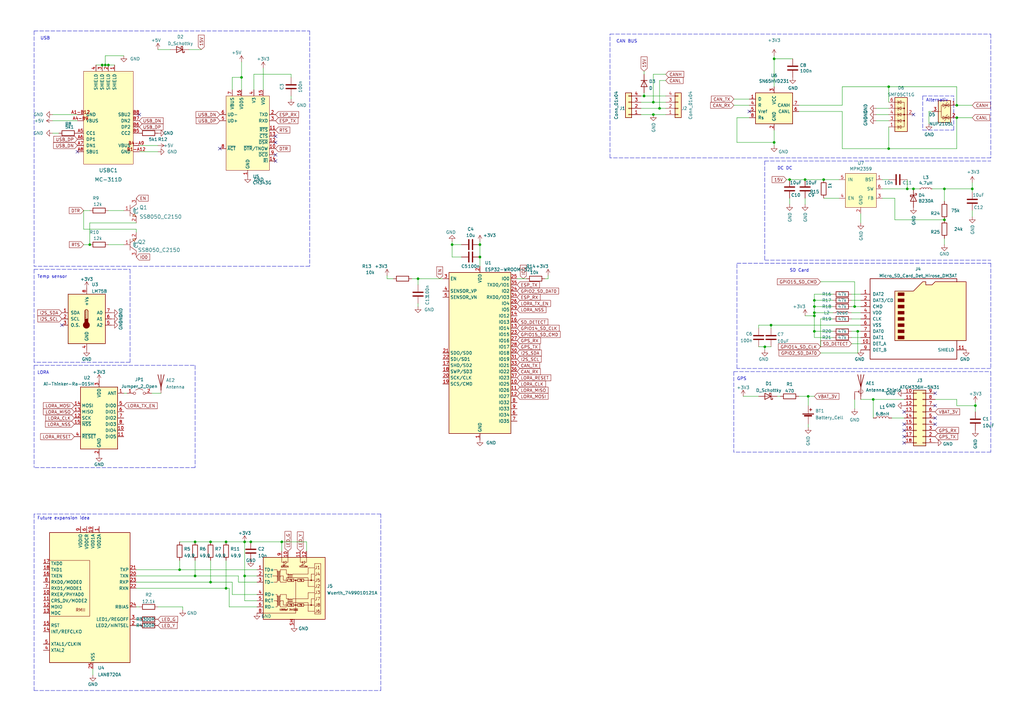
<source format=kicad_sch>
(kicad_sch (version 20211123) (generator eeschema)
  (paper "A3")
  (junction (at 337.82 73.66))
  (junction (at 100.33 222.25))
  (junction (at 387.35 77.47))
  (junction (at 330.2 73.66))
  (junction (at 86.36 238.76))
  (junction (at 73.66 233.68))
  (junction (at 374.65 77.47))
  (junction (at 80.01 236.22))
  (junction (at 267.97 46.99))
  (junction (at 102.87 222.25))
  (junction (at 334.01 128.27))
  (junction (at 350.52 125.73))
  (junction (at 400.05 166.37))
  (junction (at 80.01 222.25))
  (junction (at 317.5 58.42))
  (junction (at 100.33 236.22))
  (junction (at 334.01 129.54))
  (junction (at 317.5 24.13))
  (junction (at 41.91 26.67))
  (junction (at 115.57 222.25))
  (junction (at 44.45 26.67))
  (junction (at 334.01 123.19))
  (junction (at 316.23 133.35))
  (junction (at 358.14 163.83))
  (junction (at 364.49 60.96))
  (junction (at 92.71 241.3))
  (junction (at 331.47 162.56))
  (junction (at 196.85 100.33))
  (junction (at 387.35 90.17))
  (junction (at 334.01 135.89))
  (junction (at 313.69 142.24))
  (junction (at 372.11 77.47))
  (junction (at 392.43 48.26))
  (junction (at 185.42 100.33))
  (junction (at 351.79 135.89))
  (junction (at 270.51 44.45))
  (junction (at 264.16 39.37))
  (junction (at 398.78 77.47))
  (junction (at 364.49 35.56))
  (junction (at 92.71 222.25))
  (junction (at 392.43 43.18))
  (junction (at 171.45 114.3))
  (junction (at 43.18 26.67))
  (junction (at 36.83 100.33))
  (junction (at 86.36 222.25))
  (junction (at 323.85 73.66))
  (junction (at 334.01 125.73))
  (junction (at 267.97 41.91))
  (junction (at 196.85 105.41))
  (junction (at 99.06 31.75))
  (no_connect (at 57.15 46.99))
  (no_connect (at 383.54 171.45))
  (no_connect (at 383.54 161.29))
  (no_connect (at 370.84 168.91))
  (no_connect (at 370.84 173.99))
  (no_connect (at 370.84 176.53))
  (no_connect (at 370.84 179.07))
  (no_connect (at 370.84 181.61))
  (no_connect (at 383.54 173.99))
  (no_connect (at 113.03 55.88))
  (no_connect (at 307.34 45.72))
  (no_connect (at 374.65 46.99))
  (no_connect (at 31.75 62.23))
  (no_connect (at 113.03 66.04))
  (no_connect (at 25.4 133.35))
  (no_connect (at 113.03 58.42))
  (no_connect (at 383.54 166.37))
  (no_connect (at 113.03 63.5))
  (no_connect (at 90.17 60.96))
  (wire (pts (xy 158.75 114.3) (xy 161.29 114.3)))
  (wire (pts (xy 43.18 22.86) (xy 43.18 26.67)))
  (wire (pts (xy 344.17 73.66) (xy 337.82 73.66)))
  (wire (pts (xy 349.25 140.97) (xy 353.06 140.97)))
  (wire (pts (xy 323.85 73.66) (xy 330.2 73.66)))
  (wire (pts (xy 55.88 91.44) (xy 36.83 91.44)))
  (wire (pts (xy 398.78 88.9) (xy 398.78 86.36)))
  (wire (pts (xy 350.52 125.73) (xy 353.06 125.73)))
  (wire (pts (xy 361.95 73.66) (xy 364.49 73.66)))
  (polyline (pts (xy 378.46 39.37) (xy 391.16 39.37)))
  (wire (pts (xy 86.36 238.76) (xy 95.25 238.76)))
  (wire (pts (xy 100.33 236.22) (xy 105.41 236.22)))
  (wire (pts (xy 100.33 236.22) (xy 100.33 246.38)))
  (wire (pts (xy 302.26 48.26) (xy 302.26 58.42)))
  (polyline (pts (xy 13.97 210.82) (xy 13.97 283.21)))
  (polyline (pts (xy 250.19 13.97) (xy 406.4 13.97)))
  (wire (pts (xy 97.79 238.76) (xy 105.41 238.76)))
  (wire (pts (xy 43.18 26.67) (xy 41.91 26.67)))
  (wire (pts (xy 95.25 238.76) (xy 95.25 243.84)))
  (wire (pts (xy 185.42 99.06) (xy 185.42 100.33)))
  (wire (pts (xy 304.8 162.56) (xy 311.15 162.56)))
  (wire (pts (xy 21.59 54.61) (xy 24.13 54.61)))
  (wire (pts (xy 77.47 20.32) (xy 82.55 20.32)))
  (wire (pts (xy 359.41 46.99) (xy 364.49 46.99)))
  (wire (pts (xy 349.25 138.43) (xy 353.06 138.43)))
  (wire (pts (xy 322.58 73.66) (xy 323.85 73.66)))
  (wire (pts (xy 41.91 26.67) (xy 39.37 26.67)))
  (wire (pts (xy 55.88 248.92) (xy 57.15 248.92)))
  (wire (pts (xy 55.88 254) (xy 57.15 254)))
  (polyline (pts (xy 13.97 12.7) (xy 13.97 109.22)))
  (wire (pts (xy 262.89 44.45) (xy 270.51 44.45)))
  (wire (pts (xy 125.73 226.06) (xy 125.73 222.25)))
  (wire (pts (xy 55.88 238.76) (xy 86.36 238.76)))
  (wire (pts (xy 100.33 222.25) (xy 102.87 222.25)))
  (polyline (pts (xy 250.19 64.77) (xy 250.19 13.97)))
  (polyline (pts (xy 406.4 13.97) (xy 406.4 64.77)))
  (wire (pts (xy 185.42 105.41) (xy 185.42 100.33)))
  (polyline (pts (xy 80.01 191.77) (xy 13.97 191.77)))
  (wire (pts (xy 351.79 135.89) (xy 353.06 135.89)))
  (wire (pts (xy 334.01 128.27) (xy 334.01 129.54)))
  (wire (pts (xy 264.16 38.1) (xy 264.16 39.37)))
  (wire (pts (xy 334.01 125.73) (xy 334.01 128.27)))
  (wire (pts (xy 400.05 166.37) (xy 400.05 168.91)))
  (wire (pts (xy 367.03 81.28) (xy 367.03 90.17)))
  (wire (pts (xy 21.59 49.53) (xy 31.75 49.53)))
  (wire (pts (xy 212.09 114.3) (xy 215.9 114.3)))
  (wire (pts (xy 381 50.8) (xy 381 45.72)))
  (wire (pts (xy 330.2 129.54) (xy 334.01 129.54)))
  (wire (pts (xy 383.54 163.83) (xy 392.43 163.83)))
  (wire (pts (xy 358.14 163.83) (xy 358.14 171.45)))
  (wire (pts (xy 334.01 123.19) (xy 334.01 125.73)))
  (wire (pts (xy 224.79 114.3) (xy 223.52 114.3)))
  (wire (pts (xy 92.71 222.25) (xy 100.33 222.25)))
  (wire (pts (xy 317.5 58.42) (xy 317.5 59.69)))
  (wire (pts (xy 323.85 81.28) (xy 323.85 83.82)))
  (wire (pts (xy 115.57 222.25) (xy 102.87 222.25)))
  (wire (pts (xy 100.33 246.38) (xy 105.41 246.38)))
  (wire (pts (xy 189.23 105.41) (xy 185.42 105.41)))
  (polyline (pts (xy 13.97 283.21) (xy 156.21 283.21)))
  (wire (pts (xy 334.01 120.65) (xy 334.01 123.19)))
  (polyline (pts (xy 300.99 152.4) (xy 406.4 152.4)))
  (wire (pts (xy 313.69 142.24) (xy 313.69 143.51)))
  (wire (pts (xy 34.29 93.98) (xy 55.88 93.98)))
  (wire (pts (xy 398.78 77.47) (xy 398.78 78.74)))
  (wire (pts (xy 359.41 44.45) (xy 364.49 44.45)))
  (wire (pts (xy 50.8 22.86) (xy 43.18 22.86)))
  (wire (pts (xy 365.76 171.45) (xy 370.84 171.45)))
  (wire (pts (xy 372.11 73.66) (xy 372.11 77.47)))
  (wire (pts (xy 267.97 41.91) (xy 273.05 41.91)))
  (wire (pts (xy 34.29 86.36) (xy 34.29 93.98)))
  (wire (pts (xy 387.35 77.47) (xy 398.78 77.47)))
  (wire (pts (xy 92.71 241.3) (xy 93.98 241.3)))
  (wire (pts (xy 327.66 45.72) (xy 345.44 45.72)))
  (wire (pts (xy 353.06 163.83) (xy 358.14 163.83)))
  (wire (pts (xy 273.05 33.02) (xy 270.51 33.02)))
  (wire (pts (xy 196.85 99.06) (xy 196.85 100.33)))
  (polyline (pts (xy 13.97 12.7) (xy 127 12.7)))
  (wire (pts (xy 74.93 248.92) (xy 74.93 250.19)))
  (wire (pts (xy 345.44 45.72) (xy 345.44 60.96)))
  (polyline (pts (xy 406.4 107.95) (xy 406.4 151.13)))
  (wire (pts (xy 361.95 81.28) (xy 367.03 81.28)))
  (wire (pts (xy 330.2 73.66) (xy 337.82 73.66)))
  (wire (pts (xy 364.49 60.96) (xy 392.43 60.96)))
  (wire (pts (xy 125.73 222.25) (xy 115.57 222.25)))
  (wire (pts (xy 317.5 24.13) (xy 317.5 35.56)))
  (wire (pts (xy 270.51 44.45) (xy 273.05 44.45)))
  (wire (pts (xy 119.38 30.48) (xy 119.38 31.75)))
  (wire (pts (xy 95.25 31.75) (xy 95.25 36.83)))
  (wire (pts (xy 345.44 60.96) (xy 364.49 60.96)))
  (wire (pts (xy 100.33 222.25) (xy 100.33 236.22)))
  (wire (pts (xy 50.8 161.29) (xy 52.07 161.29)))
  (wire (pts (xy 374.65 77.47) (xy 377.19 77.47)))
  (polyline (pts (xy 406.4 152.4) (xy 406.4 185.42)))
  (wire (pts (xy 334.01 120.65) (xy 341.63 120.65)))
  (wire (pts (xy 262.89 39.37) (xy 264.16 39.37)))
  (polyline (pts (xy 378.46 53.34) (xy 391.16 53.34)))
  (wire (pts (xy 345.44 35.56) (xy 364.49 35.56)))
  (polyline (pts (xy 391.16 53.34) (xy 391.16 39.37)))
  (wire (pts (xy 196.85 105.41) (xy 196.85 109.22)))
  (wire (pts (xy 55.88 93.98) (xy 55.88 95.25)))
  (wire (pts (xy 168.91 114.3) (xy 171.45 114.3)))
  (wire (pts (xy 86.36 222.25) (xy 92.71 222.25)))
  (wire (pts (xy 300.99 40.64) (xy 307.34 40.64)))
  (wire (pts (xy 387.35 97.79) (xy 387.35 100.33)))
  (wire (pts (xy 330.2 81.28) (xy 330.2 83.82)))
  (polyline (pts (xy 13.97 110.49) (xy 13.97 148.59)))
  (wire (pts (xy 351.79 135.89) (xy 351.79 144.78)))
  (wire (pts (xy 34.29 86.36) (xy 36.83 86.36)))
  (wire (pts (xy 196.85 100.33) (xy 196.85 105.41)))
  (wire (pts (xy 264.16 39.37) (xy 273.05 39.37)))
  (wire (pts (xy 97.79 236.22) (xy 97.79 238.76)))
  (polyline (pts (xy 156.21 210.82) (xy 13.97 210.82)))
  (wire (pts (xy 86.36 229.87) (xy 86.36 238.76)))
  (wire (pts (xy 64.77 20.32) (xy 69.85 20.32)))
  (wire (pts (xy 171.45 114.3) (xy 171.45 116.84)))
  (wire (pts (xy 353.06 87.63) (xy 353.06 91.44)))
  (wire (pts (xy 64.77 248.92) (xy 74.93 248.92)))
  (wire (pts (xy 336.55 130.81) (xy 336.55 142.24)))
  (wire (pts (xy 341.63 130.81) (xy 336.55 130.81)))
  (wire (pts (xy 311.15 142.24) (xy 313.69 142.24)))
  (wire (pts (xy 44.45 86.36) (xy 50.8 86.36)))
  (wire (pts (xy 34.29 100.33) (xy 36.83 100.33)))
  (wire (pts (xy 364.49 35.56) (xy 364.49 41.91)))
  (wire (pts (xy 392.43 163.83) (xy 392.43 166.37)))
  (wire (pts (xy 334.01 128.27) (xy 341.63 128.27)))
  (wire (pts (xy 317.5 53.34) (xy 317.5 58.42)))
  (wire (pts (xy 392.43 60.96) (xy 392.43 48.26)))
  (wire (pts (xy 36.83 91.44) (xy 36.83 100.33)))
  (wire (pts (xy 364.49 52.07) (xy 364.49 60.96)))
  (wire (pts (xy 95.25 243.84) (xy 105.41 243.84)))
  (wire (pts (xy 382.27 77.47) (xy 387.35 77.47)))
  (wire (pts (xy 318.77 162.56) (xy 320.04 162.56)))
  (wire (pts (xy 313.69 142.24) (xy 316.23 142.24)))
  (wire (pts (xy 38.1 274.32) (xy 38.1 276.86)))
  (wire (pts (xy 316.23 133.35) (xy 316.23 134.62)))
  (wire (pts (xy 99.06 25.4) (xy 99.06 31.75)))
  (wire (pts (xy 361.95 77.47) (xy 372.11 77.47)))
  (polyline (pts (xy 378.46 39.37) (xy 378.46 53.34)))
  (polyline (pts (xy 53.34 148.59) (xy 13.97 148.59)))
  (wire (pts (xy 381 45.72) (xy 382.27 45.72)))
  (polyline (pts (xy 13.97 149.86) (xy 13.97 191.77)))
  (wire (pts (xy 171.45 114.3) (xy 181.61 114.3)))
  (wire (pts (xy 331.47 173.99) (xy 331.47 175.26)))
  (wire (pts (xy 55.88 241.3) (xy 92.71 241.3)))
  (wire (pts (xy 364.49 35.56) (xy 392.43 35.56)))
  (wire (pts (xy 359.41 49.53) (xy 364.49 49.53)))
  (wire (pts (xy 350.52 125.73) (xy 350.52 115.57)))
  (wire (pts (xy 341.63 138.43) (xy 334.01 138.43)))
  (wire (pts (xy 64.77 62.23) (xy 57.15 62.23)))
  (wire (pts (xy 73.66 233.68) (xy 105.41 233.68)))
  (wire (pts (xy 337.82 81.28) (xy 344.17 81.28)))
  (wire (pts (xy 336.55 115.57) (xy 350.52 115.57)))
  (wire (pts (xy 267.97 30.48) (xy 267.97 41.91)))
  (wire (pts (xy 93.98 241.3) (xy 93.98 248.92)))
  (wire (pts (xy 345.44 35.56) (xy 345.44 43.18)))
  (polyline (pts (xy 406.4 151.13) (xy 302.26 151.13)))
  (wire (pts (xy 171.45 124.46) (xy 171.45 125.73)))
  (wire (pts (xy 316.23 133.35) (xy 353.06 133.35)))
  (wire (pts (xy 334.01 123.19) (xy 341.63 123.19)))
  (polyline (pts (xy 13.97 149.86) (xy 80.01 149.86)))
  (wire (pts (xy 331.47 162.56) (xy 331.47 166.37)))
  (wire (pts (xy 317.5 22.86) (xy 317.5 24.13)))
  (wire (pts (xy 331.47 162.56) (xy 334.01 162.56)))
  (wire (pts (xy 334.01 125.73) (xy 341.63 125.73)))
  (wire (pts (xy 367.03 90.17) (xy 387.35 90.17)))
  (wire (pts (xy 93.98 248.92) (xy 105.41 248.92)))
  (polyline (pts (xy 302.26 107.95) (xy 406.4 107.95)))
  (wire (pts (xy 398.78 74.93) (xy 398.78 77.47)))
  (wire (pts (xy 107.95 27.94) (xy 107.95 36.83)))
  (wire (pts (xy 302.26 58.42) (xy 317.5 58.42)))
  (wire (pts (xy 119.38 39.37) (xy 119.38 40.64)))
  (wire (pts (xy 349.25 128.27) (xy 353.06 128.27)))
  (wire (pts (xy 334.01 129.54) (xy 334.01 135.89)))
  (wire (pts (xy 392.43 35.56) (xy 392.43 43.18)))
  (wire (pts (xy 327.66 43.18) (xy 345.44 43.18)))
  (wire (pts (xy 99.06 31.75) (xy 95.25 31.75)))
  (wire (pts (xy 55.88 236.22) (xy 80.01 236.22)))
  (wire (pts (xy 262.89 41.91) (xy 267.97 41.91)))
  (wire (pts (xy 73.66 229.87) (xy 73.66 233.68)))
  (wire (pts (xy 372.11 77.47) (xy 374.65 77.47)))
  (polyline (pts (xy 406.4 185.42) (xy 300.99 185.42)))
  (wire (pts (xy 92.71 229.87) (xy 92.71 241.3)))
  (wire (pts (xy 351.79 144.78) (xy 336.55 144.78)))
  (wire (pts (xy 311.15 133.35) (xy 316.23 133.35)))
  (wire (pts (xy 55.88 256.54) (xy 57.15 256.54)))
  (polyline (pts (xy 156.21 283.21) (xy 156.21 210.82)))
  (polyline (pts (xy 406.4 64.77) (xy 250.19 64.77)))
  (wire (pts (xy 349.25 120.65) (xy 353.06 120.65)))
  (wire (pts (xy 224.79 113.03) (xy 224.79 114.3)))
  (wire (pts (xy 311.15 133.35) (xy 311.15 134.62)))
  (wire (pts (xy 73.66 222.25) (xy 80.01 222.25)))
  (polyline (pts (xy 80.01 149.86) (xy 80.01 191.77)))
  (wire (pts (xy 264.16 29.21) (xy 264.16 30.48)))
  (wire (pts (xy 64.77 59.69) (xy 57.15 59.69)))
  (wire (pts (xy 387.35 82.55) (xy 387.35 77.47)))
  (wire (pts (xy 21.59 46.99) (xy 31.75 46.99)))
  (polyline (pts (xy 13.97 110.49) (xy 53.34 110.49)))
  (wire (pts (xy 44.45 26.67) (xy 46.99 26.67)))
  (wire (pts (xy 80.01 229.87) (xy 80.01 236.22)))
  (wire (pts (xy 400.05 165.1) (xy 400.05 166.37)))
  (wire (pts (xy 62.23 161.29) (xy 66.04 161.29)))
  (wire (pts (xy 334.01 135.89) (xy 334.01 138.43)))
  (wire (pts (xy 80.01 222.25) (xy 86.36 222.25)))
  (wire (pts (xy 334.01 135.89) (xy 341.63 135.89)))
  (wire (pts (xy 185.42 100.33) (xy 189.23 100.33)))
  (wire (pts (xy 99.06 31.75) (xy 99.06 36.83)))
  (wire (pts (xy 307.34 48.26) (xy 302.26 48.26)))
  (wire (pts (xy 392.43 48.26) (xy 398.78 48.26)))
  (wire (pts (xy 104.14 30.48) (xy 104.14 36.83)))
  (wire (pts (xy 327.66 162.56) (xy 331.47 162.56)))
  (wire (pts (xy 349.25 135.89) (xy 351.79 135.89)))
  (wire (pts (xy 358.14 163.83) (xy 370.84 163.83)))
  (wire (pts (xy 115.57 226.06) (xy 115.57 222.25)))
  (wire (pts (xy 325.12 24.13) (xy 317.5 24.13)))
  (wire (pts (xy 158.75 113.03) (xy 158.75 114.3)))
  (polyline (pts (xy 53.34 110.49) (xy 53.34 148.59)))
  (polyline (pts (xy 302.26 151.13) (xy 302.26 107.95)))
  (wire (pts (xy 349.25 130.81) (xy 353.06 130.81)))
  (wire (pts (xy 273.05 30.48) (xy 267.97 30.48)))
  (polyline (pts (xy 127 12.7) (xy 127 109.22)))
  (wire (pts (xy 104.14 30.48) (xy 119.38 30.48)))
  (wire (pts (xy 349.25 123.19) (xy 353.06 123.19)))
  (polyline (pts (xy 313.69 66.04) (xy 313.69 106.68)))
  (polyline (pts (xy 127 109.22) (xy 13.97 109.22)))
  (wire (pts (xy 392.43 166.37) (xy 400.05 166.37)))
  (wire (pts (xy 270.51 33.02) (xy 270.51 44.45)))
  (wire (pts (xy 55.88 233.68) (xy 73.66 233.68)))
  (wire (pts (xy 80.01 236.22) (xy 97.79 236.22)))
  (wire (pts (xy 267.97 46.99) (xy 273.05 46.99)))
  (polyline (pts (xy 313.69 106.68) (xy 406.4 106.68)))
  (wire (pts (xy 392.43 43.18) (xy 398.78 43.18)))
  (polyline (pts (xy 300.99 152.4) (xy 300.99 185.42)))
  (wire (pts (xy 43.18 26.67) (xy 44.45 26.67)))
  (wire (pts (xy 300.99 43.18) (xy 307.34 43.18)))
  (wire (pts (xy 262.89 46.99) (xy 267.97 46.99)))
  (wire (pts (xy 44.45 100.33) (xy 50.8 100.33)))
  (wire (pts (xy 350.52 163.83) (xy 350.52 167.64)))
  (polyline (pts (xy 313.69 66.04) (xy 406.4 66.04)))
  (wire (pts (xy 349.25 125.73) (xy 350.52 125.73)))
  (text "LORA" (at 15.24 153.67 0) (effects (font (size 1.27 1.27)) (justify left bottom)))
  (text "USB" (at 16.51 16.51 0) (effects (font (size 1.27 1.27)) (justify left bottom)))
  (text "CAN BUS" (at 252.73 17.78 0) (effects (font (size 1.27 1.27)) (justify left bottom)))
  (text "DC DC" (at 318.77 69.85 0) (effects (font (size 1.27 1.27)) (justify left bottom)))
  (text "GPS" (at 302.26 156.21 0) (effects (font (size 1.27 1.27)) (justify left bottom)))
  (text "Alternativ" (at 379.73 41.91 0) (effects (font (size 1.27 1.27)) (justify left bottom)))
  (text "Future expansion idea" (at 15.24 213.36 0) (effects (font (size 1.27 1.27)) (justify left bottom)))
  (text "Temp sensor" (at 15.24 114.3 0) (effects (font (size 1.27 1.27)) (justify left bottom)))
  (text "SD Card" (at 323.85 111.76 0) (effects (font (size 1.27 1.27)) (justify left bottom)))
  (global_label "LORA_NSS" (shape input) (at 212.09 127 0) (property "Intersheet References" "${INTERSHEET_REFS}" (effects hide)))
  (global_label "GPS_RX" (shape input) (at 383.54 176.53 0) (property "Intersheet References" "${INTERSHEET_REFS}" (effects hide)))
  (global_label "I2S_SCL" (shape input) (at 25.4 130.81 180) (property "Intersheet References" "${INTERSHEET_REFS}" (effects hide)))
  (global_label "LORA_RESET" (shape input) (at 30.48 179.07 180) (property "Intersheet References" "${INTERSHEET_REFS}" (effects hide)))
  (global_label "USB_DN" (shape input) (at 31.75 59.69 180) (property "Referenzen zwischen Schaltplänen" "${INTERSHEET_REFS}" (effects hide)))
  (global_label "GPIO14_SD_CLK" (shape input) (at 212.09 134.62 0) (property "Intersheet References" "${INTERSHEET_REFS}" (effects hide)))
  (global_label "ESP_RX" (shape input) (at 113.03 46.99 0) (property "Referenzen zwischen Schaltplänen" "${INTERSHEET_REFS}" (effects hide)))
  (global_label "GPIO2_SD_DAT0" (shape input) (at 212.09 119.38 0) (property "Intersheet References" "${INTERSHEET_REFS}" (effects hide)))
  (global_label "I2S_SCL" (shape input) (at 212.09 147.32 0) (property "Intersheet References" "${INTERSHEET_REFS}" (effects hide)))
  (global_label "GPIO15_SD_CMD" (shape input) (at 336.55 115.57 180) (property "Intersheet References" "${INTERSHEET_REFS}" (effects hide)))
  (global_label "I2S_SDA" (shape input) (at 25.4 128.27 180) (property "Intersheet References" "${INTERSHEET_REFS}" (effects hide)))
  (global_label "15V" (shape input) (at 264.16 29.21 90) (property "Referenzen zwischen Schaltplänen" "${INTERSHEET_REFS}" (effects hide)))
  (global_label "LED_G" (shape input) (at 64.77 254 0) (property "Intersheet References" "${INTERSHEET_REFS}" (effects hide)))
  (global_label "LORA_MOSI" (shape input) (at 30.48 166.37 180) (property "Intersheet References" "${INTERSHEET_REFS}" (effects hide)))
  (global_label "USB_DP" (shape input) (at 90.17 49.53 180) (property "Referenzen zwischen Schaltplänen" "${INTERSHEET_REFS}" (effects hide)))
  (global_label "LORA_NSS" (shape input) (at 30.48 173.99 180) (property "Intersheet References" "${INTERSHEET_REFS}" (effects hide)))
  (global_label "GPS_TX" (shape input) (at 212.09 142.24 0) (property "Intersheet References" "${INTERSHEET_REFS}" (effects hide)))
  (global_label "CANH" (shape input) (at 398.78 43.18 0) (property "Referenzen zwischen Schaltplänen" "${INTERSHEET_REFS}" (effects hide)))
  (global_label "15V" (shape input) (at 322.58 73.66 180) (property "Referenzen zwischen Schaltplänen" "${INTERSHEET_REFS}" (effects hide)))
  (global_label "LED_Y" (shape input) (at 64.77 256.54 0) (property "Intersheet References" "${INTERSHEET_REFS}" (effects hide)))
  (global_label "ESP_TX" (shape input) (at 212.09 116.84 0) (property "Referenzen zwischen Schaltplänen" "${INTERSHEET_REFS}" (effects hide)))
  (global_label "CAN_RX" (shape input) (at 212.09 152.4 0) (property "Referenzen zwischen Schaltplänen" "${INTERSHEET_REFS}" (effects hide)))
  (global_label "GPIO15_SD_CMD" (shape input) (at 212.09 137.16 0) (property "Intersheet References" "${INTERSHEET_REFS}" (effects hide)))
  (global_label "I2S_SDA" (shape input) (at 212.09 144.78 0) (property "Intersheet References" "${INTERSHEET_REFS}" (effects hide)))
  (global_label "USB_DN" (shape input) (at 90.17 46.99 180) (property "Referenzen zwischen Schaltplänen" "${INTERSHEET_REFS}" (effects hide)))
  (global_label "15V" (shape input) (at 82.55 20.32 90) (property "Referenzen zwischen Schaltplänen" "${INTERSHEET_REFS}" (effects hide)))
  (global_label "LORA_TX_EN" (shape input) (at 212.09 124.46 0) (property "Intersheet References" "${INTERSHEET_REFS}" (effects hide)))
  (global_label "SD_DETECT" (shape input) (at 212.09 132.08 0) (property "Intersheet References" "${INTERSHEET_REFS}" (effects hide)))
  (global_label "CAN_TX" (shape input) (at 300.99 40.64 180) (property "Referenzen zwischen Schaltplänen" "${INTERSHEET_REFS}" (effects hide)))
  (global_label "CANL" (shape input) (at 273.05 33.02 0) (property "Referenzen zwischen Schaltplänen" "${INTERSHEET_REFS}" (effects hide)))
  (global_label "CAN_TX" (shape input) (at 212.09 149.86 0) (property "Referenzen zwischen Schaltplänen" "${INTERSHEET_REFS}" (effects hide)))
  (global_label "RTS" (shape input) (at 34.29 100.33 180) (property "Referenzen zwischen Schaltplänen" "${INTERSHEET_REFS}" (effects hide)))
  (global_label "EN" (shape input) (at 180.34 114.3 90) (property "Referenzen zwischen Schaltplänen" "${INTERSHEET_REFS}" (effects hide)))
  (global_label "LORA_MISO" (shape input) (at 212.09 160.02 0) (property "Intersheet References" "${INTERSHEET_REFS}" (effects hide)))
  (global_label "DTR" (shape input) (at 113.03 60.96 0) (property "Referenzen zwischen Schaltplänen" "${INTERSHEET_REFS}" (effects hide)))
  (global_label "GPS_RX" (shape input) (at 212.09 139.7 0) (property "Intersheet References" "${INTERSHEET_REFS}" (effects hide)))
  (global_label "LORA_RESET" (shape input) (at 212.09 154.94 0) (property "Intersheet References" "${INTERSHEET_REFS}" (effects hide)))
  (global_label "ESP_RX" (shape input) (at 212.09 121.92 0) (property "Referenzen zwischen Schaltplänen" "${INTERSHEET_REFS}" (effects hide)))
  (global_label "GPS_TX" (shape input) (at 383.54 179.07 0) (property "Intersheet References" "${INTERSHEET_REFS}" (effects hide)))
  (global_label "CANH" (shape input) (at 273.05 30.48 0) (property "Referenzen zwischen Schaltplänen" "${INTERSHEET_REFS}" (effects hide)))
  (global_label "EN" (shape input) (at 55.88 81.28 0) (property "Referenzen zwischen Schaltplänen" "${INTERSHEET_REFS}" (effects hide)))
  (global_label "IO0" (shape input) (at 55.88 105.41 0) (property "Referenzen zwischen Schaltplänen" "${INTERSHEET_REFS}" (effects hide)))
  (global_label "LORA_MISO" (shape input) (at 30.48 168.91 180) (property "Intersheet References" "${INTERSHEET_REFS}" (effects hide)))
  (global_label "LORA_CLK" (shape input) (at 212.09 157.48 0) (property "Intersheet References" "${INTERSHEET_REFS}" (effects hide)))
  (global_label "GPIO14_SD_CLK" (shape input) (at 336.55 142.24 180) (property "Intersheet References" "${INTERSHEET_REFS}" (effects hide)))
  (global_label "RTS" (shape input) (at 113.03 53.34 0) (property "Referenzen zwischen Schaltplänen" "${INTERSHEET_REFS}" (effects hide)))
  (global_label "CANL" (shape input) (at 398.78 48.26 0) (property "Referenzen zwischen Schaltplänen" "${INTERSHEET_REFS}" (effects hide)))
  (global_label "VBAT_3V" (shape input) (at 334.01 162.56 0) (property "Intersheet References" "${INTERSHEET_REFS}" (effects hide)))
  (global_label "SD_DETECT" (shape input) (at 349.25 140.97 180) (property "Intersheet References" "${INTERSHEET_REFS}" (effects hide)))
  (global_label "LED_Y" (shape input) (at 123.19 226.06 90) (property "Intersheet References" "${INTERSHEET_REFS}" (effects hide)))
  (global_label "USB_DP" (shape input) (at 57.15 52.07 0) (property "Referenzen zwischen Schaltplänen" "${INTERSHEET_REFS}" (effects hide)))
  (global_label "GPIO2_SD_DAT0" (shape input) (at 336.55 144.78 180) (property "Intersheet References" "${INTERSHEET_REFS}" (effects hide)))
  (global_label "LORA_MOSI" (shape input) (at 212.09 162.56 0) (property "Intersheet References" "${INTERSHEET_REFS}" (effects hide)))
  (global_label "USB_DP" (shape input) (at 31.75 57.15 180) (property "Referenzen zwischen Schaltplänen" "${INTERSHEET_REFS}" (effects hide)))
  (global_label "USB_DN" (shape input) (at 57.15 49.53 0) (property "Referenzen zwischen Schaltplänen" "${INTERSHEET_REFS}" (effects hide)))
  (global_label "CAN_RX" (shape input) (at 300.99 43.18 180) (property "Referenzen zwischen Schaltplänen" "${INTERSHEET_REFS}" (effects hide)))
  (global_label "LORA_CLK" (shape input) (at 30.48 171.45 180) (property "Intersheet References" "${INTERSHEET_REFS}" (effects hide)))
  (global_label "IO0" (shape input) (at 214.63 114.3 90) (property "Referenzen zwischen Schaltplänen" "${INTERSHEET_REFS}" (effects hide)))
  (global_label "VBAT_3V" (shape input) (at 383.54 168.91 0) (property "Intersheet References" "${INTERSHEET_REFS}" (effects hide)))
  (global_label "LED_G" (shape input) (at 118.11 226.06 90) (property "Intersheet References" "${INTERSHEET_REFS}" (effects hide)))
  (global_label "DTR" (shape input) (at 34.29 86.36 180) (property "Referenzen zwischen Schaltplänen" "${INTERSHEET_REFS}" (effects hide)))
  (global_label "ESP_TX" (shape input) (at 113.03 49.53 0) (property "Referenzen zwischen Schaltplänen" "${INTERSHEET_REFS}" (effects hide)))
  (global_label "LORA_TX_EN" (shape input) (at 50.8 166.37 0) (property "Intersheet References" "${INTERSHEET_REFS}" (effects hide)))
  (symbol (lib_id "power:GND") (at 267.97 46.99 0) (unit 1)
    (property "Reference" "#PWR0142" (effects hide))
    (property "Value" "GND" (at 268.097 50.2412 90) (effects (justify right)))
  )
  (symbol (lib_id "Sensor_Temperature:LM75B") (at 35.56 130.81 0) (unit 1)
    (property "Reference" "U3" (at 37.5794 116.6835 0) (effects (justify left)))
    (property "Value" "LM75B" (at 37.5794 119.4586 0) (effects (justify left)))
    (property "Footprint" "Package_SO:MSOP-8_3x3mm_P0.65mm" (effects hide))
    (property "Datasheet" "http://www.ti.com/lit/ds/symlink/lm75b.pdf" (effects hide))
    (property "LCSC" "C2837470" (effects hide))
  )
  (symbol (lib_id "Device:R") (at 219.71 114.3 90) (unit 1)
    (property "Reference" "R14" (at 219.71 109.22 90) (effects (justify left)))
    (property "Value" "10k" (at 220.98 111.76 90) (effects (justify left)))
    (property "Footprint" "Resistor_SMD:R_0402_1005Metric" (effects hide))
    (property "LCSC" "C25804" (effects hide))
  )
  (symbol (lib_id "Device:C") (at 368.3 73.66 270) (unit 1)
    (property "Reference" "C11" (at 372.11 74.93 90))
    (property "Value" "10n" (at 364.49 74.93 90))
    (property "Footprint" "Capacitor_SMD:C_0603_1608Metric" (effects hide))
    (property "LCSC" "C57112" (effects hide))
  )
  (symbol (lib_id "Device:C") (at 102.87 226.06 0) (unit 1) (in_bom no) (on_board no)
    (property "Reference" "C2" (at 105.791 225.1515 0) (effects (justify left)))
    (property "Value" "10n" (at 105.791 227.9266 0) (effects (justify left)))
  )
  (symbol (lib_id "power:+3.3V") (at 400.05 165.1 0) (unit 1)
    (property "Reference" "#PWR0107" (effects hide))
    (property "Value" "+3.3V" (at 400.05 161.4955 0))
  )
  (symbol (lib_id "Device:R") (at 86.36 226.06 0) (unit 1) (in_bom no) (on_board no)
    (property "Reference" "R7" (at 88.138 225.1515 0) (effects (justify left)))
    (property "Value" "49.9" (at 88.138 227.9266 0) (effects (justify left)))
  )
  (symbol (lib_id "power:GND") (at 45.72 133.35 90) (unit 1)
    (property "Reference" "#PWR0116" (effects hide))
    (property "Value" "GND" (at 49.53 133.35 0))
  )
  (symbol (lib_id "Interface_CAN_LIN:SN65HVD231") (at 317.5 43.18 0) (unit 1)
    (property "Reference" "U6" (at 317.5 30.9626 0))
    (property "Value" "SN65HVD231" (at 317.5 33.274 0))
    (property "Footprint" "Package_SO:SOIC-8_3.9x4.9mm_P1.27mm" (effects hide))
    (property "Datasheet" "http://www.ti.com/lit/ds/symlink/sn65hvd230.pdf" (effects hide))
    (property "LCSC" "C12084" (effects hide))
  )
  (symbol (lib_id "power:+3.3V") (at 100.33 222.25 0) (unit 1)
    (property "Reference" "#PWR0104" (effects hide))
    (property "Value" "+3.3V" (at 100.33 218.6455 0))
  )
  (symbol (lib_id "power:GND") (at 374.65 85.09 0) (unit 1)
    (property "Reference" "#PWR0138" (effects hide))
    (property "Value" "GND" (at 374.777 88.3412 90) (effects (justify right)))
  )
  (symbol (lib_id "power:+3.3V") (at 304.8 162.56 0) (unit 1)
    (property "Reference" "#PWR0112" (effects hide))
    (property "Value" "+3.3V" (at 304.8 158.9555 0))
  )
  (symbol (lib_id "Device:R") (at 345.44 138.43 90) (unit 1)
    (property "Reference" "R21" (at 339.09 138.43 90))
    (property "Value" "47k" (at 345.44 138.43 90))
    (property "Footprint" "Resistor_SMD:R_0402_1005Metric" (effects hide))
    (property "LCSC" "C25792" (effects hide))
  )
  (symbol (lib_id "Connector_Generic:Conn_01x04") (at 257.81 44.45 180) (unit 1)
    (property "Reference" "J1" (at 255.27 44.45 0))
    (property "Value" "Conn_01x04" (at 252.73 43.18 90))
    (property "Footprint" "Connector_JST:JST_XH_B4B-XH-A_1x04_P2.50mm_Vertical" (effects hide))
    (property "LCSC" "C144395" (effects hide))
  )
  (symbol (lib_id "power:+3.3V") (at 158.75 113.03 0) (unit 1)
    (property "Reference" "#PWR0135" (effects hide))
    (property "Value" "+3.3V" (at 153.67 109.22 0) (effects (justify left)))
  )
  (symbol (lib_id "SS8050:SS8050_C2150") (at 55.88 86.36 0) (unit 1)
    (property "Reference" "Q1" (at 57.15 85.09 0) (effects (font (size 1.524 1.524)) (justify left)))
    (property "Value" "SS8050_C2150" (at 57.15 88.9 0) (effects (font (size 1.524 1.524)) (justify left)))
    (property "Footprint" "Package_TO_SOT_SMD:SOT-23" (effects hide))
    (property "Datasheet" "https://lcsc.com/product-detail/Transistors-NPN-PNP_SS8050-Y1-200-350_C2150.html" (effects hide))
    (property "Manufacturer" "CJ" (effects hide))
    (property "JLC Part" "Basic Part" (effects hide))
    (property "LCSC" "C2150" (effects hide))
  )
  (symbol (lib_id "power:+5V") (at 21.59 49.53 90) (unit 1)
    (property "Reference" "#PWR0129" (effects hide))
    (property "Value" "+5V" (at 13.97 49.53 90) (effects (justify right)))
  )
  (symbol (lib_id "power:GND") (at 64.77 62.23 90) (unit 1)
    (property "Reference" "#PWR0120" (effects hide))
    (property "Value" "GND" (at 68.58 62.2299 90) (effects (justify right)))
  )
  (symbol (lib_id "Device:R") (at 345.44 120.65 90) (unit 1)
    (property "Reference" "R16" (at 339.09 120.65 90))
    (property "Value" "47k" (at 345.44 120.65 90))
    (property "Footprint" "Resistor_SMD:R_0402_1005Metric" (effects hide))
    (property "LCSC" "C25792" (effects hide))
  )
  (symbol (lib_id "power:GND") (at 101.6 72.39 0) (unit 1)
    (property "Reference" "#PWR0124" (effects hide))
    (property "Value" "GND" (at 104.14 73.6599 0) (effects (justify left)))
  )
  (symbol (lib_id "power:GND") (at 102.87 229.87 0) (unit 1)
    (property "Reference" "#PWR0101" (effects hide))
    (property "Value" "GND" (at 102.87 229.87 0))
  )
  (symbol (lib_id "power:+3.3V") (at 107.95 27.94 0) (unit 1)
    (property "Reference" "#PWR0122" (effects hide))
    (property "Value" "+3.3V" (at 107.95 24.13 0))
  )
  (symbol (lib_id "Device:C") (at 400.05 172.72 0) (unit 1)
    (property "Reference" "C1" (at 402.971 171.8115 0) (effects (justify left)))
    (property "Value" "10uF" (at 402.971 174.5866 0) (effects (justify left)))
    (property "Footprint" "Capacitor_SMD:C_0805_2012Metric" (effects hide))
    (property "LCSC" "C15850" (effects hide))
  )
  (symbol (lib_id "power:+3.3V") (at 196.85 99.06 0) (unit 1)
    (property "Reference" "#PWR0134" (effects hide))
    (property "Value" "+3.3V" (at 198.12 96.52 0) (effects (justify left)))
  )
  (symbol (lib_id "power:GND") (at 353.06 91.44 0) (unit 1)
    (property "Reference" "#PWR0137" (effects hide))
    (property "Value" "GND" (at 353.187 94.6912 90) (effects (justify right)))
  )
  (symbol (lib_id "power:GND") (at 105.41 251.46 0) (unit 1)
    (property "Reference" "#PWR0103" (effects hide))
    (property "Value" "GND" (at 109.22 252.73 0))
  )
  (symbol (lib_id "Device:C") (at 398.78 82.55 180) (unit 1)
    (property "Reference" "C12" (at 401.32 85.09 0))
    (property "Value" "10uF" (at 401.32 80.01 0))
    (property "Footprint" "Capacitor_SMD:C_0805_2012Metric" (effects hide))
    (property "LCSC" "C15850" (effects hide))
  )
  (symbol (lib_id "power:GND") (at 398.78 88.9 0) (unit 1)
    (property "Reference" "#PWR0141" (effects hide))
    (property "Value" "GND" (at 398.907 92.1512 90) (effects (justify right)))
  )
  (symbol (lib_id "power:GND") (at 400.05 176.53 0) (unit 1)
    (property "Reference" "#PWR0108" (effects hide))
    (property "Value" "GND" (at 400.05 184.15 90) (effects (justify left)))
  )
  (symbol (lib_id "power:GND") (at 359.41 49.53 270) (unit 1)
    (property "Reference" "#PWR0155" (effects hide))
    (property "Value" "GND" (at 355.0158 49.657 0))
  )
  (symbol (lib_id "Connector_Generic:Conn_01x04") (at 278.13 44.45 0) (mirror x) (unit 1)
    (property "Reference" "J2" (at 280.67 44.45 0))
    (property "Value" "Conn_01x04" (at 283.21 43.18 90))
    (property "Footprint" "Connector_JST:JST_XH_B4B-XH-A_1x04_P2.50mm_Vertical" (effects hide))
    (property "LCSC" "C144395" (effects hide))
  )
  (symbol (lib_id "Device:R") (at 92.71 226.06 0) (unit 1) (in_bom no) (on_board no)
    (property "Reference" "R11" (at 94.488 225.1515 0) (effects (justify left)))
    (property "Value" "49.9" (at 94.488 227.9266 0) (effects (justify left)))
  )
  (symbol (lib_id "usb_c_bobby:MC-311D") (at 44.45 45.72 0) (unit 1)
    (property "Reference" "USBC1" (at 44.45 69.85 0) (effects (font (size 1.524 1.524))))
    (property "Value" "MC-311D" (at 44.45 73.66 0) (effects (font (size 1.524 1.524))))
    (property "Footprint" "bobbycar-lora-can-ethernet:USB-C-SMD_MC-311D" (effects hide))
    (property "Datasheet" "https://lcsc.com/product-detail/USB-Type-C_MC-311D_C136423.html" (effects hide))
    (property "Manufacturer" "SOFNG" (effects hide))
    (property "JLC Part" "Extended Part" (effects hide))
    (property "LCSC" "C136423" (effects hide))
  )
  (symbol (lib_id "power:GND") (at 120.65 256.54 0) (unit 1)
    (property "Reference" "#PWR0105" (effects hide))
    (property "Value" "GND" (at 124.46 257.81 0))
  )
  (symbol (lib_id "Device:Antenna") (at 66.04 156.21 0) (unit 1)
    (property "Reference" "AE2" (at 68.072 155.9365 0) (effects (justify left)))
    (property "Value" "Antenna" (at 68.072 158.7116 0) (effects (justify left)))
    (property "Footprint" "RF_Antenna:Texas_SWRA416_868MHz_915MHz" (effects hide))
  )
  (symbol (lib_id "Connector:Wuerth_7499010121A") (at 120.65 241.3 0) (mirror y) (unit 1) (in_bom no) (on_board no)
    (property "Reference" "J5" (at 134.112 240.3915 0) (effects (justify right)))
    (property "Value" "Wuerth_7499010121A" (at 134.112 243.1666 0) (effects (justify right)))
    (property "Footprint" "Connector_RJ:RJ45_Wuerth_7499010121A_Horizontal" (effects hide))
    (property "Datasheet" "http://katalog.we-online.de/pbs/datasheet/7499010121A.pdf" (effects hide))
  )
  (symbol (lib_id "power:GND") (at 50.8 22.86 0) (unit 1)
    (property "Reference" "#PWR0126" (effects hide))
    (property "Value" "GND" (at 53.34 24.1299 0) (effects (justify left)))
  )
  (symbol (lib_id "RF_Module:ESP32-WROOM-32") (at 196.85 144.78 0) (unit 1)
    (property "Reference" "U1" (at 198.8694 107.7935 0) (effects (justify left)))
    (property "Value" "ESP32-WROOM-32E" (at 198.8694 110.5686 0) (effects (justify left)))
    (property "Footprint" "RF_Module:ESP32-WROOM-32" (effects hide))
    (property "Datasheet" "https://www.espressif.com/sites/default/files/documentation/esp32-wroom-32_datasheet_en.pdf" (effects hide))
    (property "LCSC" "C701342" (effects hide))
  )
  (symbol (lib_id "Device:R") (at 73.66 226.06 0) (unit 1) (in_bom no) (on_board no)
    (property "Reference" "R5" (at 75.438 225.1515 0) (effects (justify left)))
    (property "Value" "49.9" (at 75.438 227.9266 0) (effects (justify left)))
  )
  (symbol (lib_id "power:GND") (at 64.77 54.61 90) (unit 1)
    (property "Reference" "#PWR0130" (effects hide))
    (property "Value" "GND" (at 71.12 54.61 90) (effects (justify left)))
  )
  (symbol (lib_id "Device:C") (at 325.12 27.94 0) (unit 1)
    (property "Reference" "C8" (at 328.041 26.7716 0) (effects (justify left)))
    (property "Value" "100n" (at 328.041 29.083 0) (effects (justify left)))
    (property "Footprint" "Capacitor_SMD:C_0603_1608Metric" (effects hide))
    (property "LCSC" "C14663" (effects hide))
  )
  (symbol (lib_id "Device:R") (at 40.64 100.33 90) (unit 1)
    (property "Reference" "R10" (at 40.64 95.25 90) (effects (justify left)))
    (property "Value" "12k" (at 41.91 97.79 90) (effects (justify left)))
    (property "Footprint" "Resistor_SMD:R_0402_1005Metric" (effects hide))
    (property "LCSC" "C22790" (effects hide))
  )
  (symbol (lib_id "Diode:B230") (at 374.65 81.28 270) (unit 1)
    (property "Reference" "D4" (at 376.682 80.1116 90) (effects (justify left)))
    (property "Value" "B230A" (at 376.682 82.423 90) (effects (justify left)))
    (property "Footprint" "Diode_SMD:D_SMA" (effects hide))
    (property "Datasheet" "http://www.jameco.com/Jameco/Products/ProdDS/1538777.pdf" (effects hide))
    (property "LCSC" "C22452" (effects hide))
  )
  (symbol (lib_id "Device:D_Schottky") (at 73.66 20.32 180) (unit 1)
    (property "Reference" "D2" (at 73.9775 15.0835 0))
    (property "Value" "D_Schottky" (at 73.9775 17.8586 0))
    (property "Footprint" "Diode_SMD:D_SOD-323" (effects hide))
    (property "LCSC" "C191023" (effects hide))
  )
  (symbol (lib_id "power:GND") (at 21.59 54.61 270) (unit 1)
    (property "Reference" "#PWR0127" (effects hide))
    (property "Value" "GND" (at 17.78 54.6099 90) (effects (justify right)))
  )
  (symbol (lib_id "power:GND") (at 74.93 250.19 0) (unit 1)
    (property "Reference" "#PWR0102" (effects hide))
    (property "Value" "GND" (at 78.74 251.46 0))
  )
  (symbol (lib_id "power:GND") (at 350.52 167.64 0) (unit 1)
    (property "Reference" "#PWR0111" (effects hide))
    (property "Value" "GND" (at 350.52 172.2025 0))
  )
  (symbol (lib_id "Jumper:Jumper_2_Open") (at 57.15 161.29 0) (unit 1)
    (property "Reference" "JP1" (at 57.15 155.6725 0))
    (property "Value" "Jumper_2_Open" (at 57.15 158.4476 0))
    (property "Footprint" "Jumper:SolderJumper-2_P1.3mm_Open_RoundedPad1.0x1.5mm" (effects hide))
  )
  (symbol (lib_id "power:GND") (at 171.45 125.73 0) (unit 1)
    (property "Reference" "#PWR0154" (effects hide))
    (property "Value" "GND" (at 173.99 126.9999 0) (effects (justify left)))
  )
  (symbol (lib_id "Device:R") (at 337.82 77.47 180) (unit 1)
    (property "Reference" "R15" (at 336.042 78.6384 0) (effects (justify left)))
    (property "Value" "1k" (at 340.36 74.93 90) (effects (justify left)))
    (property "Footprint" "Resistor_SMD:R_0402_1005Metric" (effects hide))
    (property "LCSC" "C21190" (effects hide))
  )
  (symbol (lib_id "Device:R") (at 60.96 54.61 270) (unit 1)
    (property "Reference" "R12" (at 64.77 57.15 90) (effects (justify left)))
    (property "Value" "5k1" (at 60.96 57.15 90) (effects (justify left)))
    (property "Footprint" "Resistor_SMD:R_0402_1005Metric" (effects hide))
    (property "LCSC" "C23186" (effects hide))
  )
  (symbol (lib_id "power:GND") (at 370.84 161.29 270) (unit 1)
    (property "Reference" "#PWR0119" (effects hide))
    (property "Value" "GND" (at 363.22 161.29 90) (effects (justify left)))
  )
  (symbol (lib_id "Device:L_Small") (at 379.73 77.47 90) (unit 1)
    (property "Reference" "L3" (at 379.73 72.771 90))
    (property "Value" "4.7uH" (at 379.73 75.0824 90))
    (property "Footprint" "Inductor_SMD:L_Wuerth_HCI-5040" (effects hide))
    (property "LCSC" "C354606" (effects hide))
  )
  (symbol (lib_id "Device:R") (at 387.35 86.36 180) (unit 1)
    (property "Reference" "R24" (at 385.572 87.5284 0) (effects (justify left)))
    (property "Value" "75k" (at 393.7 86.36 0) (effects (justify left)))
    (property "Footprint" "Resistor_SMD:R_0402_1005Metric" (effects hide))
    (property "LCSC" "C23184" (effects hide))
  )
  (symbol (lib_id "Device:C") (at 119.38 35.56 180) (unit 1)
    (property "Reference" "C3" (at 115.57 35.56 90))
    (property "Value" "100n" (at 123.19 35.56 90))
    (property "Footprint" "Capacitor_SMD:C_0603_1608Metric" (effects hide))
    (property "LCSC" "C14663" (effects hide))
  )
  (symbol (lib_id "wch-usb-uart:CH343G") (at 101.6 54.61 0) (unit 1)
    (property "Reference" "U5" (at 103.6194 72.39 0) (effects (justify left)))
    (property "Value" "CH343G" (at 103.6194 74.93 0) (effects (justify left)))
    (property "Footprint" "Package_SO:SOIC-16_3.9x9.9mm_P1.27mm" (effects hide))
    (property "Datasheet" "http://www.wch.cn/downloads/file/307.html" (effects hide))
    (property "LCSC" "C2844153" (effects hide))
  )
  (symbol (lib_id "Device:R") (at 323.85 162.56 90) (unit 1)
    (property "Reference" "R1" (at 323.85 157.5775 90))
    (property "Value" "470" (at 323.85 160.3526 90))
    (property "Footprint" "Resistor_SMD:R_0402_1005Metric" (effects hide))
    (property "LCSC" "C25117" (effects hide))
  )
  (symbol (lib_id "power:GND") (at 38.1 276.86 0) (unit 1)
    (property "Reference" "#PWR0106" (effects hide))
    (property "Value" "GND" (at 38.1 280.67 0))
  )
  (symbol (lib_id "power:GND") (at 359.41 46.99 270) (unit 1)
    (property "Reference" "#PWR0157" (effects hide))
    (property "Value" "GND" (at 355.0158 47.117 0))
  )
  (symbol (lib_id "power:GND") (at 353.06 143.51 0) (unit 1)
    (property "Reference" "#PWR0145" (effects hide))
    (property "Value" "GND" (at 350.52 147.32 0) (effects (justify left)))
  )
  (symbol (lib_id "power:+3.3V") (at 35.56 118.11 0) (unit 1)
    (property "Reference" "#PWR0118" (effects hide))
    (property "Value" "+3.3V" (at 35.56 114.5055 0))
  )
  (symbol (lib_id "Device:D_Schottky") (at 314.96 162.56 180) (unit 1)
    (property "Reference" "D1" (at 315.2775 157.3235 0))
    (property "Value" "D_Schottky" (at 315.2775 160.0986 0))
    (property "Footprint" "Diode_SMD:D_SOD-323" (effects hide))
    (property "LCSC" "C191023" (effects hide))
  )
  (symbol (lib_id "Device:R") (at 345.44 135.89 90) (unit 1)
    (property "Reference" "R20" (at 339.09 135.89 90))
    (property "Value" "47k" (at 345.44 135.89 90))
    (property "Footprint" "Resistor_SMD:R_0402_1005Metric" (effects hide))
    (property "LCSC" "C25792" (effects hide))
  )
  (symbol (lib_id "power:+3V3") (at 317.5 22.86 0) (unit 1)
    (property "Reference" "#PWR0148" (effects hide))
    (property "Value" "+3V3" (at 317.5 16.51 0))
  )
  (symbol (lib_id "Device:D") (at 264.16 34.29 270) (unit 1)
    (property "Reference" "D3" (at 266.192 33.3815 90) (effects (justify left)))
    (property "Value" "D" (at 266.192 36.1566 90) (effects (justify left)))
    (property "Footprint" "Diode_SMD:D_SOD-123" (effects hide))
    (property "LCSC" "C8598" (effects hide))
  )
  (symbol (lib_id "power:GND") (at 370.84 166.37 270) (unit 1)
    (property "Reference" "#PWR0110" (effects hide))
    (property "Value" "GND" (at 363.22 166.37 90) (effects (justify left)))
  )
  (symbol (lib_id "power:GND") (at 359.41 44.45 270) (unit 1)
    (property "Reference" "#PWR0156" (effects hide))
    (property "Value" "GND" (at 355.0158 44.577 0))
  )
  (symbol (lib_id "Connector_Generic:Conn_02x09_Counter_Clockwise") (at 378.46 171.45 180) (unit 1)
    (property "Reference" "J3" (at 377.19 156.0535 0))
    (property "Value" "ATGM336H-5N31" (at 377.19 158.8286 0))
    (property "Footprint" "bobbycar-lora-can-ethernet:ATGM336H-5N31" (effects hide))
    (property "LCSC" "C90770" (effects hide))
  )
  (symbol (lib_id "power:GND") (at 185.42 99.06 180) (unit 1)
    (property "Reference" "#PWR0132" (effects hide))
    (property "Value" "GND" (at 182.88 95.25 0) (effects (justify right)))
  )
  (symbol (lib_id "Device:C") (at 193.04 105.41 90) (unit 1)
    (property "Reference" "C5" (at 190.5 109.22 90))
    (property "Value" "100n" (at 194.31 109.22 90))
    (property "Footprint" "Capacitor_SMD:C_0603_1608Metric" (effects hide))
    (property "LCSC" "C14663" (effects hide))
  )
  (symbol (lib_id "power:+3.3V") (at 330.2 129.54 0) (unit 1)
    (property "Reference" "#PWR0149" (effects hide))
    (property "Value" "+3.3V" (at 325.12 125.73 0) (effects (justify left)))
  )
  (symbol (lib_id "Device:R") (at 345.44 130.81 90) (unit 1)
    (property "Reference" "R19" (at 339.09 130.81 90))
    (property "Value" "47k" (at 345.44 130.81 90))
    (property "Footprint" "Resistor_SMD:R_0402_1005Metric" (effects hide))
    (property "LCSC" "C25792" (effects hide))
  )
  (symbol (lib_id "Device:R") (at 60.96 256.54 90) (unit 1) (in_bom no) (on_board no)
    (property "Reference" "R4" (at 57.15 256.54 90))
    (property "Value" "300R" (at 60.96 256.54 90))
  )
  (symbol (lib_id "power:+5V") (at 99.06 25.4 0) (unit 1)
    (property "Reference" "#PWR0123" (effects hide))
    (property "Value" "+5V" (at 99.06 21.59 0) (effects (justify right)))
  )
  (symbol (lib_id "power:+5V") (at 64.77 20.32 0) (unit 1)
    (property "Reference" "#PWR0131" (effects hide))
    (property "Value" "+5V" (at 66.04 16.51 0) (effects (justify right)))
  )
  (symbol (lib_id "power:GND") (at 325.12 31.75 0) (unit 1)
    (property "Reference" "#PWR0143" (effects hide))
    (property "Value" "GND" (at 325.247 36.1442 0))
  )
  (symbol (lib_id "boardcomputer:MPM2359") (at 346.71 71.12 0) (unit 1)
    (property "Reference" "U7" (at 353.06 66.929 0))
    (property "Value" "MPM2359" (at 353.06 69.2404 0))
    (property "Footprint" "Package_TO_SOT_SMD:SOT-23-6" (effects hide))
    (property "Datasheet" "https://www.monolithicpower.com/en/documentview/productdocument/index/version/2/document_type/Datasheet/lang/en/sku/MP2359/document_id/228" (effects hide))
    (property "LCSC" "C2959845" (effects hide))
  )
  (symbol (lib_id "Device:R") (at 60.96 254 90) (unit 1) (in_bom no) (on_board no)
    (property "Reference" "R3" (at 57.15 254 90))
    (property "Value" "300R" (at 60.96 254 90))
  )
  (symbol (lib_id "Power_Protection:SP0505BAJT") (at 369.57 46.99 90) (unit 1)
    (property "Reference" "D6" (at 369.57 36.0385 90))
    (property "Value" "SMF05CT1G" (at 369.57 38.8136 90))
    (property "Footprint" "Package_TO_SOT_SMD:SOT-363_SC-70-6" (effects hide))
  )
  (symbol (lib_id "Device:R") (at 345.44 123.19 90) (unit 1)
    (property "Reference" "R17" (at 339.09 123.19 90))
    (property "Value" "47k" (at 345.44 123.19 90))
    (property "Footprint" "Resistor_SMD:R_0402_1005Metric" (effects hide))
    (property "LCSC" "C25792" (effects hide))
  )
  (symbol (lib_id "power:GND") (at 119.38 40.64 0) (unit 1)
    (property "Reference" "#PWR0125" (effects hide))
    (property "Value" "GND" (at 125.73 43.18 0) (effects (justify right)))
  )
  (symbol (lib_id "power:GND") (at 196.85 180.34 0) (unit 1)
    (property "Reference" "#PWR0136" (effects hide))
    (property "Value" "GND" (at 199.39 181.6099 0) (effects (justify left)))
  )
  (symbol (lib_id "power:GND") (at 35.56 143.51 0) (unit 1)
    (property "Reference" "#PWR0114" (effects hide))
    (property "Value" "GND" (at 35.56 147.32 0))
  )
  (symbol (lib_id "Device:R") (at 387.35 93.98 180) (unit 1)
    (property "Reference" "R25" (at 385.572 95.1484 0) (effects (justify left)))
    (property "Value" "24k" (at 394.97 93.98 0) (effects (justify left)))
    (property "Footprint" "Resistor_SMD:R_0402_1005Metric" (effects hide))
    (property "LCSC" "C25769" (effects hide))
  )
  (symbol (lib_id "power:+5V") (at 64.77 59.69 270) (unit 1)
    (property "Reference" "#PWR0121" (effects hide))
    (property "Value" "+5V" (at 71.12 59.69 90) (effects (justify right)))
  )
  (symbol (lib_id "power:GND") (at 387.35 100.33 0) (unit 1)
    (property "Reference" "#PWR0140" (effects hide))
    (property "Value" "GND" (at 387.35 104.14 0))
  )
  (symbol (lib_id "power:+3.3V") (at 224.79 113.03 0) (unit 1)
    (property "Reference" "#PWR0133" (effects hide))
    (property "Value" "+3.3V" (at 219.71 109.22 0) (effects (justify left)))
  )
  (symbol (lib_id "power:GND") (at 323.85 83.82 0) (unit 1)
    (property "Reference" "#PWR0159" (effects hide))
    (property "Value" "GND" (at 323.977 87.0712 90) (effects (justify right)))
  )
  (symbol (lib_id "Device:C") (at 330.2 77.47 180) (unit 1)
    (property "Reference" "C9" (at 332.74 80.01 0))
    (property "Value" "10uF" (at 332.74 74.93 0))
    (property "Footprint" "Capacitor_SMD:C_0805_2012Metric" (effects hide))
    (property "LCSC" "C440198" (effects hide))
  )
  (symbol (lib_id "power:GND") (at 396.24 143.51 0) (unit 1)
    (property "Reference" "#PWR0153" (effects hide))
    (property "Value" "GND" (at 393.7 147.32 0) (effects (justify left)))
  )
  (symbol (lib_id "power:GND") (at 21.59 46.99 270) (unit 1)
    (property "Reference" "#PWR0128" (effects hide))
    (property "Value" "GND" (at 17.78 46.9899 90) (effects (justify right)))
  )
  (symbol (lib_id "Device:R") (at 60.96 248.92 90) (unit 1) (in_bom no) (on_board no)
    (property "Reference" "R2" (at 60.96 243.9375 90))
    (property "Value" "12.1k" (at 60.96 246.7126 90))
  )
  (symbol (lib_id "Connector:Micro_SD_Card_Det_Hirose_DM3AT") (at 375.92 130.81 0) (unit 1)
    (property "Reference" "J4" (at 376.555 110.3335 0))
    (property "Value" "Micro_SD_Card_Det_Hirose_DM3AT" (at 376.555 113.1086 0))
    (property "Footprint" "Connector_Card:microSD_HC_Hirose_DM3AT-SF-PEJM5" (effects hide))
    (property "Datasheet" "https://www.hirose.com/product/en/download_file/key_name/DM3/category/Catalog/doc_file_id/49662/?file_category_id=4&item_id=195&is_series=1" (effects hide))
    (property "LCSC" "C114218" (effects hide))
  )
  (symbol (lib_id "SS8050:SS8050_C2150") (at 55.88 100.33 0) (mirror x) (unit 1)
    (property "Reference" "Q2" (at 56.515 99.2653 0) (effects (font (size 1.524 1.524)) (justify left)))
    (property "Value" "SS8050_C2150" (at 56.515 102.5443 0) (effects (font (size 1.524 1.524)) (justify left)))
    (property "Footprint" "Package_TO_SOT_SMD:SOT-23" (effects hide))
    (property "Datasheet" "https://lcsc.com/product-detail/Transistors-NPN-PNP_SS8050-Y1-200-350_C2150.html" (effects hide))
    (property "Manufacturer" "CJ" (effects hide))
    (property "JLC Part" "Basic Part" (effects hide))
    (property "LCSC" "C2150" (effects hide))
  )
  (symbol (lib_id "power:GND") (at 313.69 143.51 0) (unit 1)
    (property "Reference" "#PWR0150" (effects hide))
    (property "Value" "GND" (at 311.15 147.32 0) (effects (justify left)))
  )
  (symbol (lib_id "power:GND") (at 40.64 186.69 0) (unit 1)
    (property "Reference" "#PWR0151" (effects hide))
    (property "Value" "GND" (at 40.64 190.5 0))
  )
  (symbol (lib_id "Device:R") (at 40.64 86.36 90) (unit 1)
    (property "Reference" "R9" (at 40.64 81.28 90) (effects (justify left)))
    (property "Value" "12k" (at 41.91 83.82 90) (effects (justify left)))
    (property "Footprint" "Resistor_SMD:R_0402_1005Metric" (effects hide))
    (property "LCSC" "C22790" (effects hide))
  )
  (symbol (lib_id "RF_Module:Ai-Thinker-Ra-01") (at 40.64 171.45 0) (unit 1)
    (property "Reference" "U2" (at 34.29 154.94 0) (effects (justify left)))
    (property "Value" "Ai-Thinker-Ra-01SH" (at 17.78 157.48 0) (effects (justify left)))
    (property "Footprint" "RF_Module:Ai-Thinker-Ra-01-LoRa" (effects hide))
    (property "Datasheet" "http://wiki.ai-thinker.com/_media/lora/docs/c047ps01a1_ra-01_product_specification_v1.1.pdf" (effects hide))
    (property "LCSC" "C2764087" (effects hide))
  )
  (symbol (lib_id "Device:Battery_Cell") (at 331.47 171.45 0) (unit 1)
    (property "Reference" "BT1" (at 334.391 168.5095 0) (effects (justify left)))
    (property "Value" "Battery_Cell" (at 334.391 171.2846 0) (effects (justify left)))
    (property "Footprint" "Connector_PinSocket_2.00mm:PinSocket_1x02_P2.00mm_Vertical" (effects hide))
  )
  (symbol (lib_id "Power_Protection:NUP2105L") (at 387.35 45.72 270) (unit 1) (in_bom no) (on_board no)
    (property "Reference" "D5" (at 382.27 46.99 90))
    (property "Value" "NUP2105L" (at 386.08 50.8 90))
    (property "Footprint" "Package_TO_SOT_SMD:SOT-23" (effects hide))
    (property "Datasheet" "http://www.onsemi.com/pub_link/Collateral/NUP2105L-D.PDF" (effects hide))
    (property "LCSC" "C284104" (effects hide))
  )
  (symbol (lib_id "power:GND") (at 330.2 83.82 0) (unit 1)
    (property "Reference" "#PWR0144" (effects hide))
    (property "Value" "GND" (at 330.327 87.0712 90) (effects (justify right)))
  )
  (symbol (lib_id "Device:R") (at 165.1 114.3 90) (unit 1)
    (property "Reference" "R13" (at 152.4 109.22 90) (effects (justify left)))
    (property "Value" "10k" (at 153.67 111.76 90) (effects (justify left)))
    (property "Footprint" "Resistor_SMD:R_0402_1005Metric" (effects hide))
    (property "LCSC" "C25804" (effects hide))
  )
  (symbol (lib_id "power:GND") (at 45.72 130.81 90) (unit 1)
    (property "Reference" "#PWR0115" (effects hide))
    (property "Value" "GND" (at 49.53 130.81 0))
  )
  (symbol (lib_id "Device:C") (at 311.15 138.43 0) (mirror x) (unit 1)
    (property "Reference" "C6" (at 308.61 136.9249 0) (effects (justify right)))
    (property "Value" "100n" (at 308.61 139.7 0) (effects (justify right)))
    (property "Footprint" "Capacitor_SMD:C_0603_1608Metric" (effects hide))
    (property "LCSC" "C14663" (effects hide))
  )
  (symbol (lib_id "Device:Antenna_Shield") (at 353.06 158.75 0) (mirror y) (unit 1)
    (property "Reference" "AE1" (at 355.092 157.2065 0) (effects (justify right)))
    (property "Value" "Antenna_Shield" (at 355.092 159.9816 0) (effects (justify right)))
    (property "Footprint" "Connector_Coaxial:U.FL_Hirose_U.FL-R-SMT-1_Vertical" (effects hide))
    (property "LCSC" "C88374" (effects hide))
  )
  (symbol (lib_id "Device:R") (at 27.94 54.61 270) (unit 1)
    (property "Reference" "R8" (at 26.67 50.8 90) (effects (justify left)))
    (property "Value" "5k1" (at 26.67 52.07 90) (effects (justify left)))
    (property "Footprint" "Resistor_SMD:R_0402_1005Metric" (effects hide))
    (property "LCSC" "C23186" (effects hide))
  )
  (symbol (lib_id "power:+3.3V") (at 40.64 156.21 0) (unit 1)
    (property "Reference" "#PWR0152" (effects hide))
    (property "Value" "+3.3V" (at 40.64 152.6055 0))
  )
  (symbol (lib_id "power:GND") (at 45.72 128.27 90) (unit 1)
    (property "Reference" "#PWR0117" (effects hide))
    (property "Value" "GND" (at 49.53 128.27 0))
  )
  (symbol (lib_id "Device:R") (at 80.01 226.06 0) (unit 1) (in_bom no) (on_board no)
    (property "Reference" "R6" (at 81.788 225.1515 0) (effects (justify left)))
    (property "Value" "49.9" (at 81.788 227.9266 0) (effects (justify left)))
  )
  (symbol (lib_id "Device:C") (at 316.23 138.43 0) (unit 1)
    (property "Reference" "C7" (at 318.77 137.16 0) (effects (justify left)))
    (property "Value" "10uF" (at 318.77 139.9351 0) (effects (justify left)))
    (property "Footprint" "Capacitor_SMD:C_0805_2012Metric" (effects hide))
    (property "LCSC" "C15850" (effects hide))
  )
  (symbol (lib_id "power:GND") (at 381 50.8 0) (unit 1)
    (property "Reference" "#PWR0146" (effects hide))
    (property "Value" "GND" (at 381.127 55.1942 0))
  )
  (symbol (lib_id "power:+3.3V") (at 398.78 74.93 0) (unit 1)
    (property "Reference" "#PWR0139" (effects hide))
    (property "Value" "+3.3V" (at 399.161 70.5358 0))
  )
  (symbol (lib_id "Interface_Ethernet:LAN8720A") (at 38.1 246.38 0) (unit 1) (in_bom no) (on_board no)
    (property "Reference" "U4" (at 40.1194 273.9295 0) (effects (justify left)))
    (property "Value" "LAN8720A" (at 40.1194 276.7046 0) (effects (justify left)))
    (property "Footprint" "Package_DFN_QFN:QFN-24-1EP_4x4mm_P0.5mm_EP2.6x2.6mm" (effects hide))
    (property "Datasheet" "http://ww1.microchip.com/downloads/en/DeviceDoc/8720a.pdf" (effects hide))
  )
  (symbol (lib_id "Device:C") (at 323.85 77.47 180) (unit 1)
    (property "Reference" "C10" (at 326.39 80.01 0))
    (property "Value" "10uF" (at 326.39 74.93 0))
    (property "Footprint" "Capacitor_SMD:C_0805_2012Metric" (effects hide))
    (property "LCSC" "C440198" (effects hide))
  )
  (symbol (lib_id "Device:C") (at 193.04 100.33 90) (unit 1)
    (property "Reference" "C4" (at 193.04 93.98 90))
    (property "Value" "10u" (at 193.04 96.52 90))
    (property "Footprint" "Capacitor_SMD:C_0805_2012Metric" (effects hide))
    (property "LCSC" "C15850" (effects hide))
  )
  (symbol (lib_id "Device:L") (at 361.95 171.45 90) (unit 1)
    (property "Reference" "L1" (at 361.95 166.9755 90))
    (property "Value" "6.8nH" (at 361.95 169.7506 90))
    (property "Footprint" "Inductor_SMD:L_0603_1608Metric" (effects hide))
    (property "LCSC" "C316305" (effects hide))
  )
  (symbol (lib_id "power:GND") (at 383.54 181.61 90) (unit 1)
    (property "Reference" "#PWR0109" (effects hide))
    (property "Value" "GND" (at 386.715 182.089 90) (effects (justify right)))
  )
  (symbol (lib_id "power:GND") (at 331.47 175.26 0) (unit 1)
    (property "Reference" "#PWR0113" (effects hide))
    (property "Value" "GND" (at 331.47 182.88 90) (effects (justify left)))
  )
  (symbol (lib_id "Device:C") (at 171.45 120.65 180) (unit 1)
    (property "Reference" "C13" (at 175.26 123.19 90))
    (property "Value" "100n" (at 175.26 119.38 90))
    (property "Footprint" "Capacitor_SMD:C_0603_1608Metric" (effects hide))
    (property "LCSC" "C14663" (effects hide))
  )
  (symbol (lib_id "power:GND") (at 317.5 59.69 0) (unit 1)
    (property "Reference" "#PWR0147" (effects hide))
    (property "Value" "GND" (at 321.31 62.23 0))
  )
  (symbol (lib_id "Device:R") (at 345.44 125.73 90) (unit 1)
    (property "Reference" "R18" (at 339.09 125.73 90))
    (property "Value" "47k" (at 345.44 125.73 90))
    (property "Footprint" "Resistor_SMD:R_0402_1005Metric" (effects hide))
    (property "LCSC" "C25792" (effects hide))
  )
  (symbol (lib_id "Device:L") (at 345.44 128.27 90) (unit 1)
    (property "Reference" "L2" (at 339.09 128.27 90))
    (property "Value" "bead" (at 345.44 128.27 90))
    (property "Footprint" "Inductor_SMD:L_0805_2012Metric" (effects hide))
    (property "LCSC" "C1017" (effects hide))
  )
)
</source>
